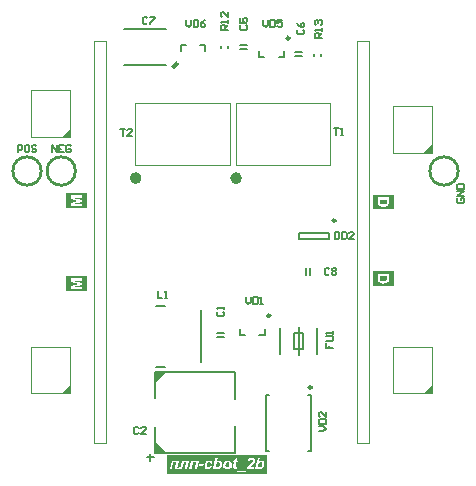
<source format=gto>
G04*
G04 #@! TF.GenerationSoftware,Altium Limited,Altium Designer,20.1.8 (145)*
G04*
G04 Layer_Color=16777215*
%FSTAX43Y43*%
%MOMM*%
G71*
G04*
G04 #@! TF.SameCoordinates,2A16773C-52DC-48A9-8AED-0FD1CCCC5E16*
G04*
G04*
G04 #@! TF.FilePolarity,Positive*
G04*
G01*
G75*
%ADD10C,0.250*%
%ADD11C,0.500*%
%ADD12C,0.254*%
%ADD13C,0.100*%
%ADD14C,0.150*%
%ADD15C,0.200*%
G36*
X0091749Y0106429D02*
X0091747Y0106427D01*
X0091076D01*
Y0106456D01*
X0091749Y0107129D01*
Y0106429D01*
D02*
G37*
G36*
X0122419Y0105109D02*
X0122417Y0105107D01*
X0121746D01*
Y0105137D01*
X0122419Y0105809D01*
Y0105109D01*
D02*
G37*
G36*
X0099793Y0086506D02*
X0098995Y0085709D01*
X0098995Y0086509D01*
X0099793Y0086506D01*
D02*
G37*
G36*
X0091749Y0084739D02*
X0091747Y0084737D01*
X0091076D01*
Y0084766D01*
X0091749Y0085439D01*
Y0084739D01*
D02*
G37*
G36*
X0122419Y0084734D02*
X0122417Y0084732D01*
X0121746D01*
Y0084761D01*
X0122419Y0085434D01*
Y0084734D01*
D02*
G37*
G36*
X0099795Y0079709D02*
X0098995Y0079709D01*
X0098997Y0080506D01*
X0099795Y0079709D01*
D02*
G37*
G36*
X0093224Y0093379D02*
X0091474D01*
Y0094628D01*
X0093224D01*
Y0093379D01*
D02*
G37*
G36*
X0093199Y0100404D02*
X0091449D01*
Y0101653D01*
X0093199D01*
Y0100404D01*
D02*
G37*
G36*
X0119199Y0093805D02*
X0117449D01*
Y0095054D01*
X0119199D01*
Y0093805D01*
D02*
G37*
G36*
Y0100305D02*
X0117449D01*
Y0101554D01*
X0119199D01*
Y0100305D01*
D02*
G37*
G36*
X0108438Y0077868D02*
X0100038D01*
Y0079498D01*
X0108438D01*
Y0077868D01*
D02*
G37*
%LPC*%
G36*
X0092829Y0094465D02*
X0091869D01*
Y0094174D01*
X0092525Y0094003D01*
X0091869Y0093831D01*
Y0093541D01*
X0092829D01*
Y0094465D01*
D02*
G37*
%LPD*%
G36*
Y0094096D02*
X0092074Y0094285D01*
X0092829Y0094286D01*
Y0094096D01*
D02*
G37*
G36*
Y009372D02*
X0092074D01*
X0092829Y0093909D01*
Y009372D01*
D02*
G37*
%LPC*%
G36*
X0092804Y010149D02*
X0091844D01*
Y0101199D01*
X00925Y0101028D01*
X0091844Y0100856D01*
Y0100566D01*
X0092804D01*
Y010149D01*
D02*
G37*
%LPD*%
G36*
Y0101121D02*
X0092049Y010131D01*
X0092804Y0101311D01*
Y0101121D01*
D02*
G37*
G36*
Y0100745D02*
X0092049D01*
X0092804Y0100934D01*
Y0100745D01*
D02*
G37*
%LPC*%
G36*
X0118804Y0094831D02*
X0117844D01*
Y0094468D01*
X0117846Y009443D01*
X0117847Y0094396D01*
X011785Y0094367D01*
X0117854Y0094343D01*
X0117858Y0094324D01*
X0117861Y0094308D01*
X0117862Y0094304D01*
Y00943D01*
X0117864Y0094299D01*
Y0094297D01*
X0117875Y0094267D01*
X0117887Y0094239D01*
X01179Y0094217D01*
X0117912Y0094197D01*
X0117923Y0094182D01*
X0117932Y0094171D01*
X0117937Y0094164D01*
X011794Y0094161D01*
X0117966Y0094138D01*
X0117994Y0094117D01*
X0118023Y0094099D01*
X0118049Y0094085D01*
X0118074Y0094074D01*
X0118084Y0094068D01*
X0118092Y0094066D01*
X0118101Y0094063D01*
X0118106Y009406D01*
X0118109Y0094059D01*
X011811D01*
X0118144Y0094049D01*
X0118178Y0094041D01*
X0118212Y0094035D01*
X0118244Y0094032D01*
X0118259Y0094031D01*
X0118273Y009403D01*
X0118284D01*
X0118295Y0094028D01*
X0118314D01*
X0118363Y009403D01*
X0118406Y0094034D01*
X0118427Y0094035D01*
X0118445Y0094038D01*
X0118463Y0094041D01*
X0118478Y0094043D01*
X0118492Y0094048D01*
X0118504Y009405D01*
X0118515Y0094053D01*
X0118524Y0094055D01*
X0118531Y0094057D01*
X0118536Y0094059D01*
X0118539Y009406D01*
X011854D01*
X0118574Y0094073D01*
X0118604Y0094088D01*
X011863Y0094103D01*
X0118653Y0094118D01*
X0118671Y0094131D01*
X0118685Y0094142D01*
X0118693Y0094149D01*
X0118696Y009415D01*
Y0094152D01*
X0118718Y0094175D01*
X0118736Y0094199D01*
X0118751Y0094224D01*
X0118764Y0094246D01*
X0118773Y0094265D01*
X011878Y0094282D01*
X0118782Y0094288D01*
X0118783Y0094292D01*
X0118784Y0094294D01*
Y0094296D01*
X0118791Y0094322D01*
X0118796Y0094351D01*
X01188Y0094382D01*
X0118801Y0094411D01*
X0118802Y0094437D01*
X0118804Y0094448D01*
Y0094028D01*
D01*
Y0094831D01*
D02*
G37*
%LPD*%
G36*
X0118642Y0094511D02*
X011864Y0094493D01*
Y0094476D01*
X0118639Y0094462D01*
Y009445D01*
X0118637Y0094437D01*
Y0094428D01*
X0118635Y0094412D01*
X0118633Y0094401D01*
X0118632Y0094394D01*
Y0094393D01*
X0118626Y0094374D01*
X0118619Y0094357D01*
X0118612Y0094342D01*
X0118604Y0094328D01*
X0118597Y0094318D01*
X0118592Y009431D01*
X0118588Y0094306D01*
X0118586Y0094304D01*
X0118572Y0094292D01*
X0118557Y0094281D01*
X0118542Y0094271D01*
X0118528Y0094263D01*
X0118514Y0094257D01*
X0118503Y0094253D01*
X0118496Y009425D01*
X0118495Y0094249D01*
X0118493D01*
X0118468Y0094242D01*
X0118442Y0094236D01*
X0118413Y0094233D01*
X0118385Y0094231D01*
X0118361Y0094229D01*
X011835Y0094228D01*
X0118341D01*
X0118334D01*
X0118328D01*
X0118324D01*
X0118323D01*
X0118284Y0094229D01*
X0118248Y0094231D01*
X0118219Y0094235D01*
X0118194Y0094238D01*
X0118173Y0094242D01*
X0118165Y0094243D01*
X0118159Y0094246D01*
X0118153Y0094247D01*
X0118149D01*
X0118148Y0094249D01*
X0118146D01*
X0118124Y0094257D01*
X0118105Y0094264D01*
X011809Y0094274D01*
X0118077Y0094281D01*
X0118067Y0094288D01*
X0118061Y0094293D01*
X0118056Y0094297D01*
X0118055Y0094299D01*
X0118045Y0094311D01*
X0118037Y0094324D01*
X011803Y0094336D01*
X0118024Y0094349D01*
X011802Y009436D01*
X0118018Y0094368D01*
X0118015Y0094374D01*
Y0094376D01*
X0118012Y0094392D01*
X0118011Y009441D01*
X0118008Y0094429D01*
Y0094448D01*
X0118006Y0094466D01*
Y0094637D01*
X0118642D01*
Y0094511D01*
D02*
G37*
%LPC*%
G36*
X0118804Y0101331D02*
X0117844D01*
Y0100968D01*
X0117846Y010093D01*
X0117847Y0100896D01*
X011785Y0100867D01*
X0117854Y0100843D01*
X0117858Y0100824D01*
X0117861Y0100808D01*
X0117862Y0100804D01*
Y01008D01*
X0117864Y0100799D01*
Y0100797D01*
X0117875Y0100767D01*
X0117887Y0100739D01*
X01179Y0100717D01*
X0117912Y0100697D01*
X0117923Y0100682D01*
X0117932Y0100671D01*
X0117937Y0100664D01*
X011794Y0100661D01*
X0117966Y0100638D01*
X0117994Y0100617D01*
X0118023Y0100599D01*
X0118049Y0100585D01*
X0118074Y0100574D01*
X0118084Y0100568D01*
X0118092Y0100566D01*
X0118101Y0100563D01*
X0118106Y010056D01*
X0118109Y0100559D01*
X011811D01*
X0118144Y0100549D01*
X0118178Y0100541D01*
X0118212Y0100535D01*
X0118244Y0100532D01*
X0118259Y0100531D01*
X0118273Y010053D01*
X0118284D01*
X0118295Y0100528D01*
X0117844D01*
X0118804D01*
Y0101331D01*
D02*
G37*
%LPD*%
G36*
X0118642Y0101011D02*
X011864Y0100993D01*
Y0100976D01*
X0118639Y0100962D01*
Y010095D01*
X0118637Y0100937D01*
Y0100928D01*
X0118635Y0100912D01*
X0118633Y0100901D01*
X0118632Y0100894D01*
Y0100893D01*
X0118626Y0100874D01*
X0118619Y0100857D01*
X0118612Y0100842D01*
X0118604Y0100828D01*
X0118597Y0100818D01*
X0118592Y010081D01*
X0118588Y0100806D01*
X0118586Y0100804D01*
X0118572Y0100792D01*
X0118557Y0100781D01*
X0118542Y0100771D01*
X0118528Y0100763D01*
X0118514Y0100757D01*
X0118503Y0100753D01*
X0118496Y010075D01*
X0118495Y0100749D01*
X0118493D01*
X0118468Y0100742D01*
X0118442Y0100736D01*
X0118413Y0100733D01*
X0118385Y0100731D01*
X0118361Y0100729D01*
X011835Y0100728D01*
X0118341D01*
X0118334D01*
X0118328D01*
X0118324D01*
X0118323D01*
X0118284Y0100729D01*
X0118248Y0100731D01*
X0118219Y0100735D01*
X0118194Y0100738D01*
X0118173Y0100742D01*
X0118165Y0100743D01*
X0118159Y0100746D01*
X0118153Y0100747D01*
X0118149D01*
X0118148Y0100749D01*
X0118146D01*
X0118124Y0100757D01*
X0118105Y0100764D01*
X011809Y0100774D01*
X0118077Y0100781D01*
X0118067Y0100788D01*
X0118061Y0100793D01*
X0118056Y0100797D01*
X0118055Y0100799D01*
X0118045Y0100811D01*
X0118037Y0100824D01*
X011803Y0100836D01*
X0118024Y0100849D01*
X011802Y010086D01*
X0118018Y0100868D01*
X0118015Y0100874D01*
Y0100876D01*
X0118012Y0100892D01*
X0118011Y010091D01*
X0118008Y0100929D01*
Y0100948D01*
X0118006Y0100966D01*
Y0101137D01*
X0118642D01*
Y0101011D01*
D02*
G37*
G36*
X0118804Y0100528D02*
X0118314D01*
X0118363Y010053D01*
X0118406Y0100534D01*
X0118427Y0100535D01*
X0118445Y0100538D01*
X0118463Y0100541D01*
X0118478Y0100543D01*
X0118492Y0100548D01*
X0118504Y010055D01*
X0118515Y0100553D01*
X0118524Y0100555D01*
X0118531Y0100557D01*
X0118536Y0100559D01*
X0118539Y010056D01*
X011854D01*
X0118574Y0100573D01*
X0118604Y0100588D01*
X011863Y0100603D01*
X0118653Y0100618D01*
X0118671Y0100631D01*
X0118685Y0100642D01*
X0118693Y0100649D01*
X0118696Y010065D01*
Y0100652D01*
X0118718Y0100675D01*
X0118736Y0100699D01*
X0118751Y0100724D01*
X0118764Y0100746D01*
X0118773Y0100765D01*
X011878Y0100782D01*
X0118782Y0100788D01*
X0118783Y0100792D01*
X0118784Y0100794D01*
Y0100796D01*
X0118791Y0100822D01*
X0118796Y0100851D01*
X01188Y0100882D01*
X0118801Y0100911D01*
X0118802Y0100937D01*
X0118804Y0100948D01*
Y0100528D01*
D02*
G37*
%LPC*%
G36*
X0103864Y0079045D02*
X0103188D01*
X0103584D01*
X0103543Y0079042D01*
X0103504Y0079035D01*
X0103469Y0079027D01*
X0103439Y0079016D01*
X0103425Y007901D01*
X0103412Y0079004D01*
X0103402Y0079D01*
X0103393Y0078996D01*
X0103386Y0078992D01*
X010338Y0078989D01*
X0103378Y0078988D01*
X0103376Y0078986D01*
X0103343Y0078963D01*
X0103314Y0078937D01*
X010329Y007891D01*
X0103271Y0078885D01*
X0103254Y0078862D01*
X0103249Y0078852D01*
X0103243Y0078844D01*
X010324Y0078837D01*
X0103237Y0078831D01*
X0103235Y0078828D01*
Y0078827D01*
X0103219Y0078788D01*
X0103207Y0078751D01*
X0103199Y0078715D01*
X0103193Y0078681D01*
X0103192Y0078666D01*
X010319Y0078654D01*
X0103189Y0078641D01*
Y0078631D01*
X0103188Y0078623D01*
Y0078315D01*
Y0078612D01*
X0103189Y0078587D01*
X010319Y0078563D01*
X0103194Y007854D01*
X01032Y0078519D01*
X0103206Y00785D01*
X0103212Y0078482D01*
X0103219Y0078466D01*
X0103226Y0078451D01*
X0103233Y0078439D01*
X010324Y0078426D01*
X0103247Y0078416D01*
X0103253Y007841D01*
X0103258Y0078403D01*
X0103262Y0078398D01*
X0103264Y0078396D01*
X0103265Y0078394D01*
X010328Y007838D01*
X0103297Y0078368D01*
X0103314Y0078358D01*
X010333Y0078348D01*
X0103348Y0078342D01*
X0103366Y0078335D01*
X01034Y0078325D01*
X0103415Y0078322D01*
X010343Y0078319D01*
X0103443Y0078318D01*
X0103454Y0078317D01*
X0103464Y0078315D01*
X0103476D01*
X0103498Y0078317D01*
X0103519Y0078318D01*
X0103558Y0078325D01*
X0103592Y0078335D01*
X0103623Y0078347D01*
X0103635Y0078353D01*
X0103647Y0078358D01*
X0103658Y0078364D01*
X0103666Y0078368D01*
X0103673Y0078372D01*
X0103677Y0078375D01*
X010368Y0078378D01*
X0103681D01*
X0103713Y0078404D01*
X0103739Y0078433D01*
X0103763Y0078464D01*
X0103782Y0078494D01*
X0103796Y007852D01*
X0103802Y0078532D01*
X0103807Y0078543D01*
X0103812Y0078551D01*
X0103813Y0078557D01*
X0103816Y0078561D01*
Y0078562D01*
X0103633Y0078593D01*
X0103623Y0078569D01*
X0103612Y007855D01*
X0103601Y0078533D01*
X0103591Y0078519D01*
X0103581Y0078508D01*
X0103573Y0078501D01*
X0103568Y0078495D01*
X0103566Y0078494D01*
X0103551Y0078483D01*
X0103536Y0078476D01*
X010352Y0078471D01*
X0103508Y0078466D01*
X0103497Y0078464D01*
X0103488Y0078462D01*
X010348D01*
X0103464Y0078464D01*
X010345Y0078468D01*
X0103436Y0078473D01*
X0103425Y0078479D01*
X0103416Y0078484D01*
X0103409Y007849D01*
X0103405Y0078494D01*
X0103404Y0078495D01*
X0103394Y0078509D01*
X0103387Y0078525D01*
X0103382Y007854D01*
X0103379Y0078555D01*
X0103376Y0078569D01*
X0103375Y007858D01*
Y0078587D01*
Y007859D01*
X0103376Y0078618D01*
X0103379Y0078644D01*
X0103383Y007867D01*
X0103387Y0078694D01*
X0103391Y0078713D01*
X0103396Y0078728D01*
X0103397Y0078734D01*
X0103398Y0078738D01*
X01034Y0078741D01*
Y0078742D01*
X0103409Y0078771D01*
X0103422Y0078796D01*
X0103433Y0078817D01*
X0103445Y0078834D01*
X0103455Y0078848D01*
X0103464Y0078857D01*
X010347Y0078863D01*
X0103472Y0078864D01*
X010349Y0078878D01*
X0103508Y0078888D01*
X0103525Y0078896D01*
X010354Y00789D01*
X0103554Y0078903D01*
X0103563Y0078906D01*
X0103573D01*
X010359Y0078905D01*
X0103605Y0078902D01*
X0103617Y0078896D01*
X0103629Y0078892D01*
X0103638Y0078887D01*
X0103644Y0078881D01*
X0103648Y0078878D01*
X0103649Y0078877D01*
X0103659Y0078866D01*
X0103667Y0078852D01*
X0103673Y0078838D01*
X0103678Y0078824D01*
X0103681Y007881D01*
X0103684Y0078801D01*
X0103685Y0078794D01*
Y0078791D01*
X0103864Y0078809D01*
X0103862Y0078828D01*
X0103857Y0078846D01*
X0103848Y007888D01*
X0103834Y0078909D01*
X0103819Y0078934D01*
X0103805Y0078953D01*
X0103792Y0078968D01*
X0103788Y0078973D01*
X0103784Y0078977D01*
X0103782Y0078978D01*
X0103781Y0078979D01*
X0103767Y0078991D01*
X0103752Y0079002D01*
X0103719Y0079017D01*
X0103687Y0079029D01*
X0103655Y0079036D01*
X0103627Y0079042D01*
X0103615Y0079043D01*
X0103605D01*
X0103597Y0079045D01*
X0103864D01*
D02*
G37*
G36*
X0103115Y007877D02*
X0102715D01*
D01*
X0102751D01*
X0102715Y0078588D01*
X0103079D01*
X0103115Y007877D01*
D02*
G37*
G36*
X0105165Y0079045D02*
X010515D01*
X0105118Y0079043D01*
X0105086Y0079039D01*
X0105057Y0079034D01*
X0105031Y0079027D01*
X0105004Y0079018D01*
X0104981Y0079007D01*
X010496Y0078998D01*
X010494Y0078986D01*
X0104922Y0078975D01*
X0104907Y0078966D01*
X0104893Y0078956D01*
X0104882Y0078946D01*
X0104874Y0078939D01*
X0104868Y0078934D01*
X0104864Y007893D01*
X0104863Y0078928D01*
X0104843Y0078906D01*
X0104827Y0078882D01*
X0104813Y0078857D01*
X01048Y0078831D01*
X0104789Y0078806D01*
X0104781Y007878D01*
X0104774Y0078755D01*
X0104769Y0078731D01*
X0104764Y0078709D01*
X010476Y0078687D01*
X0104757Y0078669D01*
X0104756Y0078652D01*
Y0078638D01*
X0104755Y0078629D01*
Y0078315D01*
Y007862D01*
X0104756Y007859D01*
X010476Y0078561D01*
X0104766Y0078534D01*
X0104773Y0078512D01*
X010478Y0078493D01*
X0104785Y0078477D01*
X0104788Y0078472D01*
X0104789Y0078468D01*
X0104791Y0078466D01*
Y0078465D01*
X0104806Y007844D01*
X0104824Y0078418D01*
X0104843Y0078398D01*
X0104861Y0078383D01*
X0104878Y0078371D01*
X0104892Y0078361D01*
X0104897Y0078358D01*
X0104902Y0078355D01*
X0104903Y0078354D01*
X0104904D01*
X0104934Y0078342D01*
X0104964Y0078332D01*
X0104993Y0078325D01*
X0105021Y0078321D01*
X0105044Y0078318D01*
X0105054Y0078317D01*
X0105063Y0078315D01*
X0105477D01*
Y0078367D01*
Y0078315D01*
X0105079D01*
X0105112Y0078317D01*
X0105144Y0078321D01*
X0105173Y0078326D01*
X0105201Y0078335D01*
X0105228Y0078343D01*
X0105251Y0078354D01*
X0105272Y0078365D01*
X0105293Y0078376D01*
X0105309Y0078387D01*
X0105325Y0078398D01*
X0105339Y007841D01*
X010535Y0078418D01*
X0105358Y0078426D01*
X0105363Y0078432D01*
X0105368Y0078436D01*
X0105369Y0078437D01*
X0105388Y0078461D01*
X0105405Y0078486D01*
X0105419Y0078511D01*
X0105431Y0078536D01*
X0105443Y0078559D01*
X0105451Y0078584D01*
X0105458Y0078608D01*
X0105463Y007863D01*
X0105467Y0078651D01*
X0105472Y007867D01*
X0105474Y0078687D01*
X0105476Y0078702D01*
X0105477Y0078713D01*
Y0078367D01*
Y0078713D01*
Y007873D01*
Y007873D01*
X0105476Y0078756D01*
X0105473Y0078781D01*
X0105469Y0078805D01*
X0105463Y0078827D01*
X0105456Y0078846D01*
X0105449Y0078866D01*
X0105441Y0078882D01*
X0105434Y0078899D01*
X0105426Y0078913D01*
X0105418Y0078924D01*
X0105411Y0078935D01*
X0105404Y0078943D01*
X0105398Y007895D01*
X0105394Y0078955D01*
X0105391Y0078957D01*
X010539Y0078959D01*
X0105373Y0078974D01*
X0105355Y0078986D01*
X0105336Y0078999D01*
X0105316Y0079009D01*
X0105296Y0079017D01*
X0105276Y0079024D01*
X0105237Y0079034D01*
X0105219Y0079038D01*
X0105203Y0079041D01*
X0105189Y0079042D01*
X0105175Y0079043D01*
X0105165Y0079045D01*
D02*
G37*
G36*
X0107451Y0079298D02*
X0106767D01*
D01*
X0107162D01*
X010714Y0079297D01*
X0107118Y0079296D01*
X0107079Y0079287D01*
X0107044Y0079276D01*
X0107029Y0079269D01*
X0107015Y0079262D01*
X0107001Y0079255D01*
X010699Y0079249D01*
X0106981Y0079243D01*
X0106974Y0079237D01*
X0106967Y0079233D01*
X0106962Y0079229D01*
X010696Y0079228D01*
X0106958Y0079226D01*
X0106944Y0079212D01*
X0106931Y0079197D01*
X0106908Y0079165D01*
X010689Y0079131D01*
X0106877Y0079097D01*
X0106871Y0079082D01*
X0106867Y0079068D01*
X0106864Y0079056D01*
X010686Y0079045D01*
X0106858Y0079035D01*
X0106857Y0079028D01*
X0106856Y0079024D01*
Y0079022D01*
X0107039Y0078996D01*
X0107046Y0079027D01*
X0107054Y0079052D01*
X0107062Y0079072D01*
X0107071Y0079089D01*
X0107078Y0079102D01*
X0107083Y007911D01*
X0107087Y0079115D01*
X0107089Y0079117D01*
X0107101Y0079128D01*
X0107115Y0079136D01*
X0107128Y0079143D01*
X010714Y0079147D01*
X0107151Y007915D01*
X0107159Y0079151D01*
X0107166D01*
X0107182Y007915D01*
X0107195Y0079147D01*
X0107208Y0079142D01*
X0107219Y0079136D01*
X0107227Y0079131D01*
X0107233Y0079125D01*
X0107237Y0079122D01*
X0107238Y0079121D01*
X0107248Y0079108D01*
X0107255Y0079096D01*
X0107261Y0079082D01*
X0107263Y007907D01*
X0107266Y0079059D01*
X0107268Y007905D01*
Y0079045D01*
Y0079042D01*
X0107266Y0079031D01*
X0107265Y0079018D01*
X0107262Y0079007D01*
X0107259Y0078996D01*
X0107255Y0078988D01*
X0107252Y0078981D01*
X0107251Y0078975D01*
X010725Y0078974D01*
X0107243Y007896D01*
X0107233Y0078945D01*
X0107223Y007893D01*
X0107212Y0078916D01*
X0107202Y0078903D01*
X0107194Y0078894D01*
X0107189Y0078888D01*
X0107187Y0078885D01*
X0107182Y007888D01*
X0107175Y0078873D01*
X0107158Y0078855D01*
X0107137Y0078835D01*
X0107116Y0078814D01*
X0107097Y0078795D01*
X010708Y007878D01*
X0107075Y0078773D01*
X0107069Y0078769D01*
X0107067Y0078766D01*
X0107065Y0078765D01*
X0107042Y0078742D01*
X0107021Y0078722D01*
X0107001Y0078702D01*
X0106983Y0078684D01*
X0106967Y0078669D01*
X0106953Y0078654D01*
X0106939Y0078641D01*
X0106928Y0078629D01*
X0106918Y0078619D01*
X010691Y0078609D01*
X0106903Y0078602D01*
X0106897Y0078597D01*
X010689Y0078588D01*
X0106888Y0078586D01*
X0106871Y0078565D01*
X0106856Y0078544D01*
X0106842Y0078525D01*
X0106829Y0078507D01*
X010682Y0078491D01*
X0106813Y0078479D01*
X0106809Y0078471D01*
X0106807Y0078469D01*
Y0078468D01*
X0106796Y0078444D01*
X0106788Y0078419D01*
X0106781Y0078397D01*
X0106775Y0078376D01*
X0106771Y007836D01*
X0106768Y0078346D01*
Y007834D01*
X0106767Y0078336D01*
Y0078333D01*
X0107349D01*
X0107385Y0078505D01*
X0107053D01*
X0107072Y0078529D01*
X010708Y007854D01*
X0107089Y007855D01*
X0107096Y0078557D01*
X0107101Y0078562D01*
X0107104Y0078566D01*
X0107105Y0078568D01*
X0107119Y0078581D01*
X0107136Y0078598D01*
X0107155Y0078616D01*
X0107175Y0078634D01*
X0107193Y0078652D01*
X0107208Y0078666D01*
X0107214Y0078672D01*
X0107218Y0078674D01*
X010722Y0078677D01*
X0107222Y0078679D01*
X0107252Y0078708D01*
X0107279Y0078733D01*
X0107301Y0078755D01*
X0107319Y0078773D01*
X0107333Y0078787D01*
X0107342Y0078796D01*
X0107348Y0078803D01*
X0107349Y0078805D01*
X0107369Y0078828D01*
X0107384Y0078851D01*
X0107398Y0078871D01*
X0107409Y0078889D01*
X0107417Y0078905D01*
X0107423Y0078916D01*
X0107426Y0078923D01*
X0107427Y0078925D01*
X0107435Y0078948D01*
X0107441Y0078968D01*
X0107445Y0078988D01*
X0107448Y0079004D01*
X0107449Y007902D01*
X0107451Y0079031D01*
Y0079041D01*
X0107449Y0079061D01*
X0107448Y0079081D01*
X0107438Y0079117D01*
X0107426Y0079149D01*
X0107412Y0079175D01*
X0107405Y0079186D01*
X0107398Y0079196D01*
X0107391Y0079204D01*
X0107385Y0079212D01*
X010738Y0079218D01*
X0107376Y0079222D01*
X0107374Y0079224D01*
X0107373Y0079225D01*
X0107358Y0079237D01*
X0107342Y007925D01*
X0107326Y007926D01*
X0107308Y0079268D01*
X0107273Y007928D01*
X0107238Y0079289D01*
X0107223Y0079293D01*
X0107209Y0079294D01*
X0107195Y0079296D01*
X0107184Y0079297D01*
X0107175Y0079298D01*
X0107451D01*
D01*
D02*
G37*
G36*
X010267Y0079029D02*
X0102038D01*
X0101892Y0078333D01*
X0102078D01*
X0102193Y0078882D01*
X0102451D01*
X0102337Y0078333D01*
X010267D01*
X0102523D01*
X010267Y0079029D01*
D02*
G37*
G36*
X0101855D02*
X0100383D01*
X0100238Y0078333D01*
X0100424D01*
X0100539Y0078882D01*
X0100797D01*
X0100683Y0078333D01*
X0100869D01*
X0101016Y0079029D01*
X010126D01*
X0101178Y0078641D01*
X0101174Y0078623D01*
X010117Y0078608D01*
X0101167Y0078593D01*
X0101163Y007858D01*
X0101156Y0078558D01*
X010115Y007854D01*
X0101145Y0078527D01*
X0101141Y0078519D01*
X0101139Y0078514D01*
X0101138Y0078512D01*
X0101129Y0078502D01*
X0101118Y0078494D01*
X0101107Y0078489D01*
X0101096Y0078486D01*
X0101086Y0078483D01*
X0101078Y0078482D01*
X010107D01*
X0101046Y0078483D01*
X0101035Y0078484D01*
X0101024Y0078486D01*
X0101016Y0078487D01*
X0101009Y0078489D01*
X0101003Y007849D01*
X0101002D01*
X0100973Y0078333D01*
X0100999Y0078328D01*
X0101021Y0078325D01*
X0101042Y0078322D01*
X010106Y0078319D01*
X0101074D01*
X0101084Y0078318D01*
X0101092D01*
X0101127Y0078319D01*
X0101157Y0078325D01*
X0101184Y0078332D01*
X0101206Y0078342D01*
X0101222Y007835D01*
X0101235Y0078357D01*
X0101242Y0078362D01*
X0101245Y0078364D01*
X0101254Y0078373D01*
X0101264Y0078383D01*
X0101281Y0078407D01*
X0101293Y0078432D01*
X0101304Y0078457D01*
X0101313Y0078479D01*
X0101315Y0078489D01*
X0101318Y0078498D01*
X0101319Y0078505D01*
X0101321Y0078511D01*
X0101322Y0078514D01*
Y0078515D01*
X01014Y0078882D01*
X0101636D01*
X0101522Y0078333D01*
X0101708D01*
X0101855Y0079029D01*
D01*
D02*
G37*
G36*
X0107867Y0079293D02*
X0107681D01*
X010748Y0078333D01*
X0107649Y0078333D01*
X0107673Y0078446D01*
X0107686Y0078422D01*
X0107703Y0078403D01*
X010772Y0078385D01*
X0107736Y0078371D01*
X0107756Y0078358D01*
X0107774Y0078347D01*
X0107792Y0078339D01*
X010781Y0078332D01*
X0107826Y0078326D01*
X0107842Y0078322D01*
X0107856Y0078319D01*
X0107868Y0078318D01*
X0107879Y0078317D01*
X0107886Y0078315D01*
X010748Y0078315D01*
X0108238Y0078315D01*
X0107893D01*
X0107917Y0078317D01*
X0107937Y0078319D01*
X0107958Y0078324D01*
X0107976Y0078329D01*
X0107992Y0078333D01*
X0108003Y0078337D01*
X010801Y007834D01*
X0108012Y0078342D01*
X0108035Y0078353D01*
X0108054Y0078367D01*
X0108073Y007838D01*
X010809Y0078394D01*
X0108104Y0078405D01*
X0108114Y0078415D01*
X0108121Y0078422D01*
X0108123Y0078425D01*
X0108143Y0078447D01*
X0108158Y0078472D01*
X0108173Y0078495D01*
X0108184Y0078519D01*
X0108194Y007854D01*
X0108201Y0078555D01*
X0108204Y0078562D01*
X0108205Y0078566D01*
X0108206Y0078569D01*
Y007857D01*
X0108218Y0078604D01*
X0108225Y0078637D01*
X010823Y0078669D01*
X0108234Y0078697D01*
X0108237Y007872D01*
Y007873D01*
X0108238Y0078738D01*
Y0078755D01*
X0108237Y0078781D01*
X0108236Y0078805D01*
X0108233Y0078827D01*
X0108229Y0078848D01*
X0108223Y0078867D01*
X0108218Y0078885D01*
X0108212Y00789D01*
X0108205Y0078916D01*
X01082Y0078928D01*
X0108193Y0078939D01*
X0108187Y0078949D01*
X0108183Y0078956D01*
X0108177Y0078961D01*
X0108175Y0078967D01*
X0108173Y0078968D01*
X0108172Y007897D01*
X0108159Y0078984D01*
X0108145Y0078995D01*
X010813Y0079004D01*
X0108116Y0079013D01*
X0108086Y0079027D01*
X0108058Y0079035D01*
X0108033Y0079041D01*
X0108022Y0079042D01*
X0108012Y0079043D01*
X0108005Y0079045D01*
X0107994D01*
X0107975Y0079043D01*
X0107955Y0079042D01*
X0107939Y0079039D01*
X0107924Y0079036D01*
X0107912Y0079032D01*
X0107903Y0079029D01*
X0107897Y0079028D01*
X0107894Y0079027D01*
X0107878Y007902D01*
X0107861Y0079011D01*
X0107845Y0079002D01*
X0107831Y0078993D01*
X0107817Y0078985D01*
X0107807Y0078978D01*
X0107802Y0078973D01*
X0107799Y0078971D01*
X0107867Y0079293D01*
D02*
G37*
G36*
X0106017Y0079269D02*
X0105594D01*
D01*
X010595D01*
X0105737Y007914D01*
X0105714Y0079029D01*
X0105623D01*
X0105594Y0078889D01*
X0105687D01*
X0105627Y0078609D01*
X0105623Y0078588D01*
X0105619Y0078569D01*
X0105616Y0078552D01*
X0105613Y0078537D01*
X010561Y0078523D01*
X0105608Y0078511D01*
X0105606Y0078501D01*
X0105605Y0078491D01*
X0105603Y0078477D01*
X0105602Y0078468D01*
Y0078462D01*
Y0078461D01*
X0105603Y0078436D01*
X0105609Y0078415D01*
X0105616Y0078396D01*
X0105624Y007838D01*
X0105633Y0078369D01*
X0105639Y007836D01*
X0105645Y0078354D01*
X0105646Y0078353D01*
X0105666Y007834D01*
X0105688Y007833D01*
X0105713Y0078325D01*
X0105737Y0078319D01*
X0105759Y0078317D01*
X0105767D01*
X0105775Y0078315D01*
X0105792D01*
X0105829Y0078317D01*
X0105846Y0078319D01*
X0105861Y0078321D01*
X0105874Y0078324D01*
X0105884Y0078325D01*
X0105889Y0078326D01*
X0105892D01*
X0105921Y0078465D01*
X0105904Y0078464D01*
X010589Y0078462D01*
X0105879Y0078461D01*
X0105871D01*
X0105866Y0078459D01*
X0105846D01*
X0105835Y0078461D01*
X0105825Y0078464D01*
X0105818Y0078466D01*
X0105814Y0078468D01*
X010581Y0078471D01*
X0105809Y0078472D01*
X0105807D01*
X01058Y0078483D01*
X0105796Y0078493D01*
X0105795Y0078502D01*
Y0078504D01*
Y0078505D01*
Y0078508D01*
X0105796Y0078512D01*
X0105798Y0078525D01*
X01058Y0078538D01*
X0105803Y0078555D01*
X0105806Y007857D01*
X0105809Y0078583D01*
X010581Y0078588D01*
X0105811Y0078593D01*
Y0078594D01*
Y0078595D01*
X0105872Y0078889D01*
X0105988D01*
X0106017Y0079029D01*
X0105902D01*
X010595Y0079269D01*
X0106017D01*
D01*
D02*
G37*
G36*
X010466Y0079293D02*
X0103902D01*
D01*
X0104103D01*
X0103902Y0078333D01*
X0104071D01*
X0104095Y0078446D01*
X0104108Y0078422D01*
X0104125Y0078403D01*
X0104142Y0078385D01*
X0104158Y0078371D01*
X0104178Y0078358D01*
X0104196Y0078347D01*
X0104214Y0078339D01*
X0104232Y0078332D01*
X0104248Y0078326D01*
X0104264Y0078322D01*
X0104278Y0078319D01*
X010429Y0078318D01*
X0104301Y0078317D01*
X0104308Y0078315D01*
X0104315D01*
X0104339Y0078317D01*
X0104359Y0078319D01*
X010438Y0078324D01*
X0104398Y0078329D01*
X0104413Y0078333D01*
X0104425Y0078337D01*
X0104432Y007834D01*
X0104434Y0078342D01*
X0104456Y0078353D01*
X0104476Y0078367D01*
X0104495Y007838D01*
X0104512Y0078394D01*
X0104526Y0078405D01*
X0104536Y0078415D01*
X0104542Y0078422D01*
X0104545Y0078425D01*
X0104565Y0078447D01*
X010458Y0078472D01*
X0104595Y0078495D01*
X0104606Y0078519D01*
X0104616Y007854D01*
X0104623Y0078555D01*
X0104626Y0078562D01*
X0104627Y0078566D01*
X0104628Y0078569D01*
Y007857D01*
X010464Y0078604D01*
X0104646Y0078637D01*
X0104652Y0078669D01*
X0104656Y0078697D01*
X0104659Y007872D01*
Y007873D01*
X010466Y0078738D01*
Y0078755D01*
X0104659Y0078781D01*
X0104658Y0078805D01*
X0104655Y0078827D01*
X0104651Y0078848D01*
X0104645Y0078867D01*
X010464Y0078885D01*
X0104634Y00789D01*
X0104627Y0078916D01*
X0104622Y0078928D01*
X0104615Y0078939D01*
X0104609Y0078949D01*
X0104605Y0078956D01*
X0104599Y0078961D01*
X0104597Y0078967D01*
X0104595Y0078968D01*
X0104594Y007897D01*
X0104581Y0078984D01*
X0104567Y0078995D01*
X0104552Y0079004D01*
X0104538Y0079013D01*
X0104508Y0079027D01*
X010448Y0079035D01*
X0104455Y0079041D01*
X0104444Y0079042D01*
X0104434Y0079043D01*
X0104427Y0079045D01*
X0104416D01*
X0104397Y0079043D01*
X0104377Y0079042D01*
X0104361Y0079039D01*
X0104346Y0079036D01*
X0104334Y0079032D01*
X0104325Y0079029D01*
X0104319Y0079028D01*
X0104316Y0079027D01*
X01043Y007902D01*
X0104283Y0079011D01*
X0104266Y0079002D01*
X0104253Y0078993D01*
X0104239Y0078985D01*
X0104229Y0078978D01*
X0104223Y0078973D01*
X0104221Y0078971D01*
X0104289Y0079293D01*
X010466D01*
D01*
D02*
G37*
G36*
X0106692Y0078333D02*
Y0078188D01*
X0105927D01*
Y0078315D01*
Y0078068D01*
X0106692D01*
Y0078333D01*
D02*
G37*
%LPD*%
G36*
X0105172Y0078902D02*
X0105191Y0078896D01*
X0105208Y0078891D01*
X0105223Y0078882D01*
X0105234Y0078875D01*
X0105243Y0078869D01*
X0105248Y0078863D01*
X010525Y0078862D01*
X0105264Y0078845D01*
X0105273Y0078828D01*
X010528Y007881D01*
X0105284Y0078794D01*
X0105289Y0078778D01*
X010529Y0078766D01*
Y0078758D01*
Y0078756D01*
Y0078755D01*
X0105289Y007873D01*
X0105287Y0078706D01*
X0105279Y0078662D01*
X0105273Y0078642D01*
X0105266Y0078623D01*
X0105259Y0078606D01*
X0105253Y007859D01*
X0105246Y0078576D01*
X0105239Y0078563D01*
X0105233Y0078552D01*
X0105226Y0078543D01*
X0105222Y0078536D01*
X0105218Y007853D01*
X0105216Y0078527D01*
X0105215Y0078526D01*
X0105205Y0078515D01*
X0105194Y0078505D01*
X0105172Y0078489D01*
X0105151Y0078477D01*
X010513Y0078469D01*
X0105112Y0078465D01*
X0105097Y0078462D01*
X0105092Y0078461D01*
X0105085D01*
X0105063Y0078462D01*
X0105043Y0078468D01*
X0105026Y0078475D01*
X0105011Y0078483D01*
X0105Y007849D01*
X010499Y0078497D01*
X0104985Y0078502D01*
X0104983Y0078504D01*
X010497Y0078522D01*
X010496Y0078541D01*
X0104953Y0078561D01*
X0104949Y007858D01*
X0104946Y0078597D01*
X0104943Y0078611D01*
Y0078616D01*
Y007862D01*
Y0078622D01*
Y0078623D01*
X0104945Y0078645D01*
X0104947Y0078669D01*
X0104952Y0078691D01*
X0104956Y0078712D01*
X010496Y0078728D01*
X0104964Y0078742D01*
X0104965Y0078748D01*
X0104967Y0078752D01*
X0104968Y0078753D01*
Y0078755D01*
X0104979Y007878D01*
X010499Y0078802D01*
X0105003Y0078821D01*
X0105015Y0078837D01*
X0105025Y0078849D01*
X0105033Y0078857D01*
X010504Y0078863D01*
X0105042Y0078864D01*
X010506Y0078877D01*
X0105079Y0078887D01*
X0105097Y0078894D01*
X0105114Y0078899D01*
X0105128Y0078902D01*
X010514Y0078903D01*
X010515D01*
X0105172Y0078902D01*
D02*
G37*
G36*
X0107944Y0078909D02*
X0107962Y0078903D01*
X0107978Y0078896D01*
X0107992Y0078889D01*
X0108003Y0078881D01*
X0108011Y0078874D01*
X0108016Y0078869D01*
X0108018Y0078867D01*
X010803Y0078851D01*
X010804Y0078831D01*
X0108047Y0078812D01*
X0108053Y0078792D01*
X0108055Y0078776D01*
X0108057Y0078763D01*
Y0078758D01*
Y0078753D01*
Y0078752D01*
Y0078751D01*
X0108055Y0078723D01*
X0108053Y0078695D01*
X0108047Y0078669D01*
X0108043Y0078647D01*
X0108037Y0078627D01*
X0108032Y0078612D01*
X010803Y0078606D01*
X0108029Y0078602D01*
X0108028Y0078601D01*
Y00786D01*
X0108016Y0078573D01*
X0108004Y0078551D01*
X0107992Y0078532D01*
X010798Y0078516D01*
X0107971Y0078505D01*
X0107962Y0078497D01*
X0107957Y0078491D01*
X0107955Y007849D01*
X0107939Y0078479D01*
X0107924Y0078471D01*
X0107908Y0078465D01*
X0107894Y0078461D01*
X0107882Y0078458D01*
X0107874Y0078457D01*
X0107865D01*
X0107846Y0078458D01*
X0107828Y0078464D01*
X0107811Y0078471D01*
X0107797Y0078479D01*
X0107786Y0078486D01*
X0107778Y0078493D01*
X0107772Y0078498D01*
X0107771Y00785D01*
X0107759Y0078518D01*
X0107749Y0078537D01*
X0107742Y0078555D01*
X0107738Y0078575D01*
X0107735Y007859D01*
X0107732Y0078604D01*
Y0078612D01*
Y0078613D01*
Y0078615D01*
X0107734Y007864D01*
X0107735Y0078665D01*
X0107743Y0078709D01*
X0107749Y007873D01*
X0107754Y0078748D01*
X010776Y0078766D01*
X0107767Y0078781D01*
X0107774Y0078795D01*
X0107779Y0078808D01*
X0107785Y0078819D01*
X010779Y0078827D01*
X0107795Y0078834D01*
X0107799Y0078839D01*
X01078Y0078842D01*
X0107802Y0078844D01*
X0107811Y0078855D01*
X0107821Y0078866D01*
X0107843Y0078882D01*
X0107863Y0078894D01*
X0107882Y0078902D01*
X01079Y0078907D01*
X0107912Y0078909D01*
X0107918Y007891D01*
X0107925D01*
X0107944Y0078909D01*
D02*
G37*
G36*
X0104366Y0078909D02*
X0104384Y0078903D01*
X01044Y0078896D01*
X0104413Y0078889D01*
X0104425Y0078881D01*
X0104433Y0078874D01*
X0104438Y0078869D01*
X010444Y0078867D01*
X0104452Y0078851D01*
X0104462Y0078831D01*
X0104469Y0078812D01*
X0104475Y0078792D01*
X0104477Y0078776D01*
X0104479Y0078763D01*
Y0078758D01*
Y0078753D01*
Y0078752D01*
Y0078751D01*
X0104477Y0078723D01*
X0104475Y0078695D01*
X0104469Y0078669D01*
X0104465Y0078647D01*
X0104459Y0078627D01*
X0104454Y0078612D01*
X0104452Y0078606D01*
X0104451Y0078602D01*
X010445Y0078601D01*
Y00786D01*
X0104438Y0078573D01*
X0104426Y0078551D01*
X0104413Y0078532D01*
X0104402Y0078516D01*
X0104393Y0078505D01*
X0104384Y0078497D01*
X0104379Y0078491D01*
X0104377Y007849D01*
X0104361Y0078479D01*
X0104346Y0078471D01*
X010433Y0078465D01*
X0104316Y0078461D01*
X0104304Y0078458D01*
X0104296Y0078457D01*
X0104287D01*
X0104268Y0078458D01*
X010425Y0078464D01*
X0104233Y0078471D01*
X0104219Y0078479D01*
X0104208Y0078486D01*
X01042Y0078493D01*
X0104194Y0078498D01*
X0104193Y00785D01*
X010418Y0078518D01*
X0104171Y0078537D01*
X0104164Y0078555D01*
X010416Y0078575D01*
X0104157Y007859D01*
X0104154Y0078604D01*
Y0078612D01*
Y0078613D01*
Y0078615D01*
X0104156Y007864D01*
X0104157Y0078665D01*
X0104165Y0078709D01*
X0104171Y007873D01*
X0104176Y0078748D01*
X0104182Y0078766D01*
X0104189Y0078781D01*
X0104196Y0078795D01*
X0104201Y0078808D01*
X0104207Y0078819D01*
X0104212Y0078827D01*
X0104217Y0078834D01*
X0104221Y0078839D01*
X0104222Y0078842D01*
X0104223Y0078844D01*
X0104233Y0078855D01*
X0104243Y0078866D01*
X0104265Y0078882D01*
X0104285Y0078894D01*
X0104304Y0078902D01*
X0104322Y0078907D01*
X0104334Y0078909D01*
X010434Y007891D01*
X0104347D01*
X0104366Y0078909D01*
D02*
G37*
D10*
X0100724Y0112404D02*
G03*
X0100724Y0112404I-0000125J0D01*
G01*
X0114274Y0099354D02*
G03*
X0114274Y0099354I-0000125J0D01*
G01*
X0110374Y0114804D02*
G03*
X0110374Y0114804I-0000125J0D01*
G01*
X0100924Y0112604D02*
G03*
X0100924Y0112604I-0000125J0D01*
G01*
X0108749Y0091304D02*
G03*
X0108749Y0091304I-0000125J0D01*
G01*
X0112249Y0085229D02*
G03*
X0112249Y0085229I-0000125J0D01*
G01*
D11*
X0097599Y0102954D02*
G03*
X0097599Y0102954I-000025J0D01*
G01*
X0106099D02*
G03*
X0106099Y0102954I-000025J0D01*
G01*
D12*
X0089349Y0103554D02*
G03*
X0089349Y0103554I-00012J0D01*
G01*
X0092249D02*
G03*
X0092249Y0103554I-00012J0D01*
G01*
X0124649D02*
G03*
X0124649Y0103554I-00012J0D01*
G01*
D13*
X0117099Y0080554D02*
Y0114554D01*
X0093799Y0080554D02*
Y0114554D01*
X0094799D01*
X0093799Y0080554D02*
X0094799D01*
X0116074Y0114554D02*
X0117074D01*
X0116074Y0080554D02*
X0117074D01*
X0119118Y0084734D02*
X0119119Y0088687D01*
X0119118Y0084734D02*
X0122444D01*
X0119119Y0088687D02*
X0122444D01*
Y0084734D02*
Y0088687D01*
X0091774Y0106429D02*
Y0110382D01*
X0088449D02*
X0091774D01*
X0088448Y0106429D02*
X0091774D01*
X0088448D02*
X0088449Y0110382D01*
X0088448Y0084739D02*
X0088449Y0088692D01*
X0088448Y0084739D02*
X0091774D01*
X0088449Y0088692D02*
X0091774D01*
Y0084739D02*
Y0088692D01*
X0116074Y0080554D02*
Y0114554D01*
X0094799Y0080554D02*
Y0114554D01*
X0122444Y0105109D02*
Y0109063D01*
X0119119D02*
X0122444D01*
X0119118Y0105109D02*
X0122444D01*
X0119118D02*
X0119119Y0109063D01*
X0097332Y0104039D02*
Y0109289D01*
X0105332D01*
Y0104039D02*
Y0109289D01*
X0097332Y0104039D02*
X0105332D01*
X0105832D02*
Y0109289D01*
X0113832D01*
Y0104039D02*
Y0109289D01*
X0105832Y0104039D02*
X0113832D01*
D14*
X0099099Y0087004D02*
X0099799D01*
X0099099Y0092104D02*
X0099799D01*
X0102899Y0087354D02*
Y0091754D01*
X0098995Y0081909D02*
X0098995Y0079709D01*
X0098995Y0084309D02*
X0098995Y0086509D01*
X0098595Y0079009D02*
Y0079609D01*
X0098295Y0079309D02*
X0098895D01*
X0098995Y0086509D02*
X0105795D01*
X0098995Y0079709D02*
X0105795D01*
Y0081934D01*
Y0084284D02*
Y0086509D01*
X0098995Y0085709D02*
X0099793Y0086506D01*
X0098997Y0080506D02*
X0099795Y0079709D01*
X0106149Y0114254D02*
X0106749D01*
X0106149Y0113854D02*
X0106749D01*
X0096349Y0115554D02*
X0099949D01*
X0096349Y0112554D02*
X0099949D01*
X0109899Y0113179D02*
Y0113679D01*
X0109449Y0113179D02*
X0109899D01*
X0107799D02*
Y0113679D01*
Y0113179D02*
X0108249D01*
X0111749Y0094754D02*
Y0095354D01*
X0112149Y0094754D02*
Y0095354D01*
X0102799Y0114229D02*
X0103249D01*
Y0113729D02*
Y0114229D01*
X0101149D02*
X0101599D01*
X0101149Y0113729D02*
Y0114229D01*
X0110749Y0088454D02*
Y0089854D01*
Y0088454D02*
X0111549D01*
X0111149Y0087954D02*
Y0090354D01*
X0109574Y0088054D02*
Y0090254D01*
X0112724Y0088054D02*
Y0090254D01*
X0111549Y0088454D02*
Y0089854D01*
X0110749D02*
X0111549D01*
X0104224Y0089479D02*
X0104824D01*
X0104224Y0089879D02*
X0104824D01*
X0110849Y0113654D02*
X0111449D01*
X0110849Y0113254D02*
X0111449D01*
X0106174Y0089679D02*
X0106624D01*
X0106174D02*
Y0090179D01*
X0107824Y0089679D02*
X0108274D01*
Y0090179D01*
X0096049Y0107104D02*
X0096449D01*
X0096249D01*
Y0106504D01*
X0097049D02*
X0096649D01*
X0097049Y0106904D01*
Y0107004D01*
X0096949Y0107104D01*
X0096749D01*
X0096649Y0107004D01*
X0114124Y0107179D02*
X0114524D01*
X0114324D01*
Y0106579D01*
X0114724D02*
X0114924D01*
X0114824D01*
Y0107179D01*
X0114724Y0107079D01*
X0087349Y0105154D02*
Y0105754D01*
X0087649D01*
X0087749Y0105654D01*
Y0105454D01*
X0087649Y0105354D01*
X0087349D01*
X0088249Y0105754D02*
X0088049D01*
X0087949Y0105654D01*
Y0105254D01*
X0088049Y0105154D01*
X0088249D01*
X0088349Y0105254D01*
Y0105654D01*
X0088249Y0105754D01*
X0088949Y0105654D02*
X0088849Y0105754D01*
X0088649D01*
X0088549Y0105654D01*
Y0105554D01*
X0088649Y0105454D01*
X0088849D01*
X0088949Y0105354D01*
Y0105254D01*
X0088849Y0105154D01*
X0088649D01*
X0088549Y0105254D01*
X0090249Y0105154D02*
Y0105754D01*
X0090649Y0105154D01*
Y0105754D01*
X0091249D02*
X0090849D01*
Y0105154D01*
X0091249D01*
X0090849Y0105454D02*
X0091049D01*
X0091849Y0105654D02*
X0091749Y0105754D01*
X0091549D01*
X0091449Y0105654D01*
Y0105254D01*
X0091549Y0105154D01*
X0091749D01*
X0091849Y0105254D01*
Y0105454D01*
X0091649D01*
X0124662Y0101265D02*
X0124562Y0101165D01*
Y0100965D01*
X0124662Y0100865D01*
X0125062D01*
X0125162Y0100965D01*
Y0101165D01*
X0125062Y0101265D01*
X0124862D01*
Y0101065D01*
X0125162Y0101465D02*
X0124562D01*
X0125162Y0101864D01*
X0124562D01*
Y0102064D02*
X0125162D01*
Y0102364D01*
X0125062Y0102464D01*
X0124662D01*
X0124562Y0102364D01*
Y0102064D01*
X0113749Y0095254D02*
X0113649Y0095354D01*
X0113449D01*
X0113349Y0095254D01*
Y0094854D01*
X0113449Y0094754D01*
X0113649D01*
X0113749Y0094854D01*
X0113949Y0095254D02*
X0114049Y0095354D01*
X0114249D01*
X0114349Y0095254D01*
Y0095154D01*
X0114249Y0095054D01*
X0114349Y0094954D01*
Y0094854D01*
X0114249Y0094754D01*
X0114049D01*
X0113949Y0094854D01*
Y0094954D01*
X0114049Y0095054D01*
X0113949Y0095154D01*
Y0095254D01*
X0114049Y0095054D02*
X0114249D01*
X0113099Y0114829D02*
X0112499D01*
Y0115129D01*
X0112599Y0115229D01*
X0112799D01*
X0112899Y0115129D01*
Y0114829D01*
Y0115029D02*
X0113099Y0115229D01*
Y0115429D02*
Y0115629D01*
Y0115529D01*
X0112499D01*
X0112599Y0115429D01*
Y0115929D02*
X0112499Y0116029D01*
Y0116229D01*
X0112599Y0116329D01*
X0112699D01*
X0112799Y0116229D01*
Y0116129D01*
Y0116229D01*
X0112899Y0116329D01*
X0112999D01*
X0113099Y0116229D01*
Y0116029D01*
X0112999Y0115929D01*
X0105149Y0115504D02*
X0104549D01*
Y0115804D01*
X0104649Y0115904D01*
X0104849D01*
X0104949Y0115804D01*
Y0115504D01*
Y0115704D02*
X0105149Y0115904D01*
Y0116104D02*
Y0116304D01*
Y0116204D01*
X0104549D01*
X0104649Y0116104D01*
X0105149Y0117004D02*
Y0116604D01*
X0104749Y0117004D01*
X0104649D01*
X0104549Y0116904D01*
Y0116704D01*
X0104649Y0116604D01*
X0098349Y0116504D02*
X0098249Y0116604D01*
X0098049D01*
X0097949Y0116504D01*
Y0116104D01*
X0098049Y0116004D01*
X0098249D01*
X0098349Y0116104D01*
X0098549Y0116604D02*
X0098949D01*
Y0116504D01*
X0098549Y0116104D01*
Y0116004D01*
X0101649Y0116354D02*
Y0115954D01*
X0101849Y0115754D01*
X0102049Y0115954D01*
Y0116354D01*
X0102249D02*
Y0115754D01*
X0102549D01*
X0102649Y0115854D01*
Y0116254D01*
X0102549Y0116354D01*
X0102249D01*
X0103249D02*
X0103049Y0116254D01*
X0102849Y0116054D01*
Y0115854D01*
X0102949Y0115754D01*
X0103149D01*
X0103249Y0115854D01*
Y0115954D01*
X0103149Y0116054D01*
X0102849D01*
X0108149Y0116354D02*
Y0115954D01*
X0108349Y0115754D01*
X0108549Y0115954D01*
Y0116354D01*
X0108749D02*
Y0115754D01*
X0109049D01*
X0109149Y0115854D01*
Y0116254D01*
X0109049Y0116354D01*
X0108749D01*
X0109749D02*
X0109349D01*
Y0116054D01*
X0109549Y0116154D01*
X0109649D01*
X0109749Y0116054D01*
Y0115854D01*
X0109649Y0115754D01*
X0109449D01*
X0109349Y0115854D01*
X0112849Y0081554D02*
X0113249D01*
X0113449Y0081754D01*
X0113249Y0081954D01*
X0112849D01*
Y0082154D02*
X0113449D01*
Y0082454D01*
X0113349Y0082554D01*
X0112949D01*
X0112849Y0082454D01*
Y0082154D01*
X0113449Y0083153D02*
Y0082754D01*
X0113049Y0083153D01*
X0112949D01*
X0112849Y0083054D01*
Y0082854D01*
X0112949Y0082754D01*
X0099199Y0093404D02*
Y0092804D01*
X0099599D01*
X0099799D02*
X0099999D01*
X0099899D01*
Y0093404D01*
X0099799Y0093304D01*
X0106699Y0092904D02*
Y0092504D01*
X0106899Y0092304D01*
X0107099Y0092504D01*
Y0092904D01*
X0107299D02*
Y0092304D01*
X0107599D01*
X0107699Y0092404D01*
Y0092804D01*
X0107599Y0092904D01*
X0107299D01*
X0107899Y0092304D02*
X0108099D01*
X0107999D01*
Y0092904D01*
X0107899Y0092804D01*
X0113449Y0088979D02*
Y0088579D01*
X0113749D01*
Y0088779D01*
Y0088579D01*
X0114049D01*
X0113449Y0089179D02*
X0113949D01*
X0114049Y0089279D01*
Y0089479D01*
X0113949Y0089579D01*
X0113449D01*
X0114049Y0089779D02*
Y0089979D01*
Y0089879D01*
X0113449D01*
X0113549Y0089779D01*
X0111118Y0115527D02*
X0111018Y0115427D01*
Y0115227D01*
X0111118Y0115127D01*
X0111518D01*
X0111618Y0115227D01*
Y0115427D01*
X0111518Y0115527D01*
X0111018Y0116126D02*
X0111118Y0115926D01*
X0111318Y0115726D01*
X0111518D01*
X0111618Y0115826D01*
Y0116026D01*
X0111518Y0116126D01*
X0111418D01*
X0111318Y0116026D01*
Y0115726D01*
X0106306Y0115919D02*
X0106206Y0115819D01*
Y0115619D01*
X0106306Y0115519D01*
X0106706D01*
X0106806Y0115619D01*
Y0115819D01*
X0106706Y0115919D01*
X0106206Y0116519D02*
Y0116119D01*
X0106506D01*
X0106406Y0116319D01*
Y0116419D01*
X0106506Y0116519D01*
X0106706D01*
X0106806Y0116419D01*
Y0116219D01*
X0106706Y0116119D01*
X0097599Y0081804D02*
X0097499Y0081904D01*
X0097299D01*
X0097199Y0081804D01*
Y0081404D01*
X0097299Y0081304D01*
X0097499D01*
X0097599Y0081404D01*
X0098199Y0081304D02*
X0097799D01*
X0098199Y0081704D01*
Y0081804D01*
X0098099Y0081904D01*
X0097899D01*
X0097799Y0081804D01*
X0104349Y0091654D02*
X0104249Y0091554D01*
Y0091354D01*
X0104349Y0091254D01*
X0104749D01*
X0104849Y0091354D01*
Y0091554D01*
X0104749Y0091654D01*
X0104849Y0091854D02*
Y0092054D01*
Y0091954D01*
X0104249D01*
X0104349Y0091854D01*
X0114199Y0098404D02*
Y0097804D01*
X0114499D01*
X0114599Y0097904D01*
Y0098304D01*
X0114499Y0098404D01*
X0114199D01*
X0114799D02*
Y0097804D01*
X0115099D01*
X0115199Y0097904D01*
Y0098304D01*
X0115099Y0098404D01*
X0114799D01*
X0115798Y0097804D02*
X0115399D01*
X0115798Y0098204D01*
Y0098304D01*
X0115699Y0098404D01*
X0115499D01*
X0115399Y0098304D01*
D15*
X0113049Y0113254D02*
Y0113454D01*
X0112449Y0113254D02*
Y0113454D01*
X0104549Y0113954D02*
Y0114154D01*
X0105149Y0113954D02*
Y0114154D01*
X0111149Y0097804D02*
X0113749D01*
X0111149Y0098304D02*
X0113749D01*
X0111149Y0097804D02*
Y0098304D01*
X0113749Y0097804D02*
Y0098304D01*
X0108424Y0079879D02*
X0108674D01*
X0108424Y0084579D02*
X0108674D01*
X0111974Y0079879D02*
X0112224D01*
X0111974Y0084579D02*
X0112224D01*
X0108424Y0079879D02*
Y0084579D01*
X0112224Y0079879D02*
Y0084579D01*
M02*

</source>
